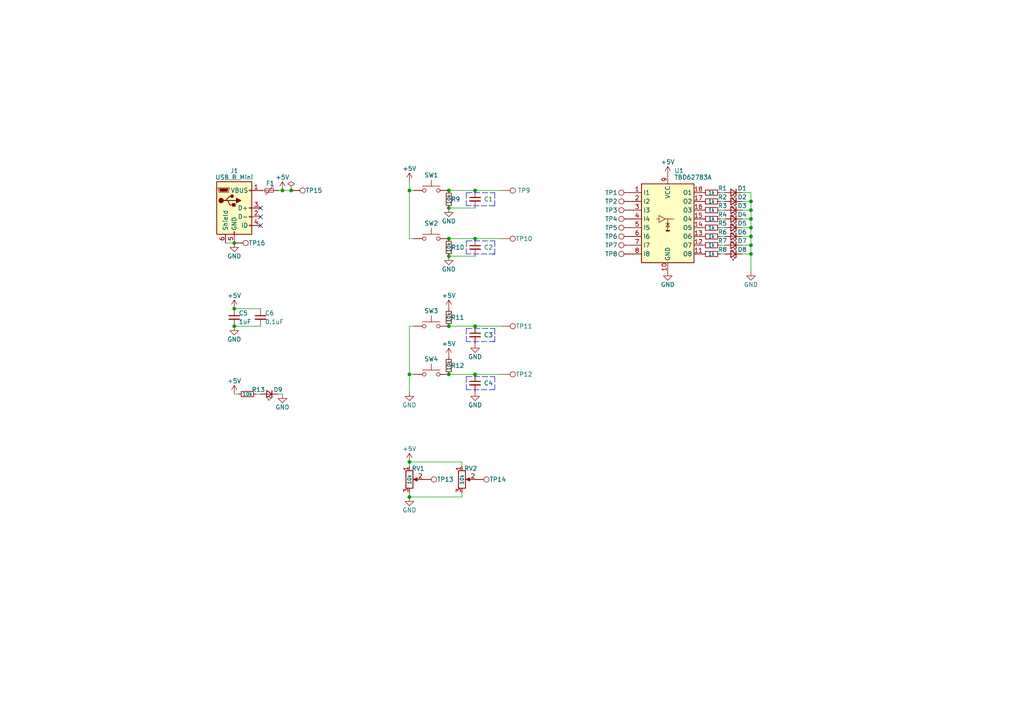
<source format=kicad_sch>
(kicad_sch (version 20211123) (generator eeschema)
  (paper "A4")
  (title_block (title "Training Board 01") (date "2022-03-30") (rev "V1.0") (company "https://github.com/KimiakiK"))
  (lib_symbols
    (symbol "Connector:TestPoint" (pin_numbers hide) (pin_names (offset 0.762) hide)
      (property "Reference" "TP" (at 0 6.858 0))
      (property "Value" "TestPoint" (at 0 5.08 0))
      (symbol "TestPoint_0_1"
        (circle (center 0 3.302) (radius 0.762))
      )
      (symbol "TestPoint_1_1"
        (pin passive line (at 0 0 90) (length 2.54) (name "1") (number "1"))
      )
    )
    (symbol "Connector:USB_B_Mini" (pin_names (offset 1.016))
      (property "Reference" "J" (at -5.08 11.43 0))
      (property "Value" "USB_B_Mini" (at -5.08 8.89 0))
      (symbol "USB_B_Mini_0_1"
        (rectangle (start -5.08 -7.62) (end 5.08 7.62) (stroke (width 0.254)) (fill (type background)))
        (circle (center -3.81 2.159) (radius 0.635) (stroke (width 0.254)) (fill (type outline)))
        (circle (center -0.635 3.429) (radius 0.381) (stroke (width 0.254)) (fill (type outline)))
        (rectangle (start -0.127 -7.62) (end 0.127 -6.858))
        (polyline (pts (xy -1.905 2.159) (xy 0.635 2.159)) (stroke (width 0.254)))
        (polyline (pts (xy -3.175 2.159) (xy -2.54 2.159) (xy -1.27 3.429) (xy -0.635 3.429)) (stroke (width 0.254)))
        (polyline (pts (xy -2.54 2.159) (xy -1.905 2.159) (xy -1.27 0.889) (xy 0 0.889)) (stroke (width 0.254)))
        (polyline (pts (xy 0.635 2.794) (xy 0.635 1.524) (xy 1.905 2.159) (xy 0.635 2.794)) (stroke (width 0.254)) (fill (type outline)))
        (polyline (pts (xy -4.318 5.588) (xy -1.778 5.588) (xy -2.032 4.826) (xy -4.064 4.826) (xy -4.318 5.588)) (fill (type outline)))
        (polyline (pts (xy -4.699 5.842) (xy -4.699 5.588) (xy -4.445 4.826) (xy -4.445 4.572) (xy -1.651 4.572) (xy -1.651 4.826) (xy -1.397 5.588) (xy -1.397 5.842) (xy -4.699 5.842)))
        (rectangle (start 0.254 1.27) (end -0.508 0.508) (stroke (width 0.254)) (fill (type outline)))
        (rectangle (start 5.08 -5.207) (end 4.318 -4.953))
        (rectangle (start 5.08 -2.667) (end 4.318 -2.413))
        (rectangle (start 5.08 -0.127) (end 4.318 0.127))
        (rectangle (start 5.08 4.953) (end 4.318 5.207))
      )
      (symbol "USB_B_Mini_1_1"
        (pin power_out line (at 7.62 5.08 180) (length 2.54) (name "VBUS") (number "1"))
        (pin bidirectional line (at 7.62 -2.54 180) (length 2.54) (name "D-") (number "2"))
        (pin bidirectional line (at 7.62 0 180) (length 2.54) (name "D+") (number "3"))
        (pin passive line (at 7.62 -5.08 180) (length 2.54) (name "ID") (number "4"))
        (pin power_out line (at 0 -10.16 90) (length 2.54) (name "GND") (number "5"))
        (pin passive line (at -2.54 -10.16 90) (length 2.54) (name "Shield") (number "6"))
      )
    )
    (symbol "Device:C_Small" (pin_numbers hide) (pin_names (offset 0.254) hide)
      (property "Reference" "C" (at 0.254 1.778 0))
      (property "Value" "C_Small" (at 0.254 -2.032 0))
      (symbol "C_Small_0_1"
        (polyline (pts (xy -1.524 -0.508) (xy 1.524 -0.508)) (stroke (width 0.3302)))
        (polyline (pts (xy -1.524 0.508) (xy 1.524 0.508)) (stroke (width 0.3048)))
      )
      (symbol "C_Small_1_1"
        (pin passive line (at 0 2.54 270) (length 2.032) (name "~") (number "1"))
        (pin passive line (at 0 -2.54 90) (length 2.032) (name "~") (number "2"))
      )
    )
    (symbol "Device:LED_Small" (pin_numbers hide) (pin_names (offset 0.254) hide)
      (property "Reference" "D" (at -1.27 3.175 0))
      (property "Value" "LED_Small" (at -4.445 -2.54 0))
      (symbol "LED_Small_0_1"
        (polyline (pts (xy -0.762 -1.016) (xy -0.762 1.016)) (stroke (width 0.254)))
        (polyline (pts (xy 1.016 0) (xy -0.762 0)))
        (polyline (pts (xy 0.762 -1.016) (xy -0.762 0) (xy 0.762 1.016) (xy 0.762 -1.016)) (stroke (width 0.254)))
        (polyline (pts (xy 0 0.762) (xy -0.508 1.27) (xy -0.254 1.27) (xy -0.508 1.27) (xy -0.508 1.016)))
        (polyline (pts (xy 0.508 1.27) (xy 0 1.778) (xy 0.254 1.778) (xy 0 1.778) (xy 0 1.524)))
      )
      (symbol "LED_Small_1_1"
        (pin passive line (at -2.54 0 0) (length 1.778) (name "K") (number "1"))
        (pin passive line (at 2.54 0 180) (length 1.778) (name "A") (number "2"))
      )
    )
    (symbol "Device:Polyfuse_Small" (pin_numbers hide) (pin_names (offset 0))
      (property "Reference" "F" (at -1.905 0 90))
      (property "Value" "Polyfuse_Small" (at 1.905 0 90))
      (symbol "Polyfuse_Small_0_1"
        (rectangle (start -0.508 1.27) (end 0.508 -1.27))
        (polyline (pts (xy 0 2.54) (xy 0 -2.54)))
        (polyline (pts (xy -1.016 1.27) (xy -1.016 0.762) (xy 1.016 -0.762) (xy 1.016 -1.27)))
      )
      (symbol "Polyfuse_Small_1_1"
        (pin passive line (at 0 2.54 270) (length 0.635) (name "~") (number "1"))
        (pin passive line (at 0 -2.54 90) (length 0.635) (name "~") (number "2"))
      )
    )
    (symbol "Device:R_Potentiometer" (pin_names (offset 1.016) hide)
      (property "Reference" "RV" (at -4.445 0 90))
      (property "Value" "R_Potentiometer" (at -2.54 0 90))
      (symbol "R_Potentiometer_0_1"
        (polyline (pts (xy 2.54 0) (xy 1.524 0)))
        (polyline (pts (xy 1.143 0) (xy 2.286 0.508) (xy 2.286 -0.508) (xy 1.143 0)) (fill (type outline)))
        (rectangle (start 1.016 2.54) (end -1.016 -2.54) (stroke (width 0.254)))
      )
      (symbol "R_Potentiometer_1_1"
        (pin passive line (at 0 3.81 270) (length 1.27) (name "1") (number "1"))
        (pin passive line (at 3.81 0 180) (length 1.27) (name "2") (number "2"))
        (pin passive line (at 0 -3.81 90) (length 1.27) (name "3") (number "3"))
      )
    )
    (symbol "Device:R_Small" (pin_numbers hide) (pin_names (offset 0.254) hide)
      (property "Reference" "R" (at 0.762 0.508 0))
      (property "Value" "R_Small" (at 0.762 -1.016 0))
      (symbol "R_Small_0_1"
        (rectangle (start -0.762 1.778) (end 0.762 -1.778) (stroke (width 0.2032)))
      )
      (symbol "R_Small_1_1"
        (pin passive line (at 0 2.54 270) (length 0.762) (name "~") (number "1"))
        (pin passive line (at 0 -2.54 90) (length 0.762) (name "~") (number "2"))
      )
    )
    (symbol "Switch:SW_Push" (pin_numbers hide) (pin_names (offset 1.016) hide)
      (property "Reference" "SW" (at 1.27 2.54 0))
      (property "Value" "SW_Push" (at 0 -1.524 0))
      (symbol "SW_Push_0_1"
        (circle (center -2.032 0) (radius 0.508))
        (polyline (pts (xy 0 1.27) (xy 0 3.048)))
        (polyline (pts (xy 2.54 1.27) (xy -2.54 1.27)))
        (circle (center 2.032 0) (radius 0.508))
        (pin passive line (at -5.08 0 0) (length 2.54) (name "1") (number "1"))
        (pin passive line (at 5.08 0 180) (length 2.54) (name "2") (number "2"))
      )
    )
    (symbol "Transistor_Array:TBD62783A"
      (property "Reference" "U" (at -7.62 11.43 0))
      (property "Value" "TBD62783A" (at 1.27 11.43 0))
      (symbol "TBD62783A_0_1"
        (rectangle (start -7.62 10.16) (end 7.62 -12.7) (stroke (width 0.254)) (fill (type background)))
        (rectangle (start -0.508 -3.302) (end 0.508 -3.556) (fill (type outline)))
        (polyline (pts (xy -1.778 -2.794) (xy -1.778 -2.794)) (stroke (width 0.254)))
        (polyline (pts (xy -1.778 -2.032) (xy -1.778 -2.032)) (stroke (width 0.254)))
        (polyline (pts (xy -1.778 -1.27) (xy -1.778 -1.27)) (stroke (width 0.254)))
        (polyline (pts (xy -1.778 1.27) (xy -1.778 1.27)) (stroke (width 0.254)))
        (polyline (pts (xy -1.778 2.032) (xy -1.778 2.032)) (stroke (width 0.254)))
        (polyline (pts (xy -1.778 2.794) (xy -1.778 2.794)) (stroke (width 0.254)))
        (polyline (pts (xy -0.762 0) (xy 1.778 0)))
        (polyline (pts (xy -0.508 -1.27) (xy 0.508 -1.27)))
        (polyline (pts (xy 0 0) (xy 0 -3.302)))
        (polyline (pts (xy 0 0) (xy 0 0)) (stroke (width 0.508)))
        (polyline (pts (xy 0 -1.27) (xy -0.508 -2.286) (xy 0.508 -2.286) (xy 0 -1.27)))
        (polyline (pts (xy -3.302 0) (xy -2.54 0) (xy -2.54 1.016) (xy -0.762 0) (xy -2.54 -1.016) (xy -2.54 0)))
      )
      (symbol "TBD62783A_1_1"
        (pin input line (at -10.16 7.62 0) (length 2.54) (name "I1") (number "1"))
        (pin power_in line (at 0 -15.24 90) (length 2.54) (name "GND") (number "10"))
        (pin open_emitter line (at 10.16 -10.16 180) (length 2.54) (name "O8") (number "11"))
        (pin open_emitter line (at 10.16 -7.62 180) (length 2.54) (name "O7") (number "12"))
        (pin open_emitter line (at 10.16 -5.08 180) (length 2.54) (name "O6") (number "13"))
        (pin open_emitter line (at 10.16 -2.54 180) (length 2.54) (name "O5") (number "14"))
        (pin open_emitter line (at 10.16 0 180) (length 2.54) (name "O4") (number "15"))
        (pin open_emitter line (at 10.16 2.54 180) (length 2.54) (name "O3") (number "16"))
        (pin open_emitter line (at 10.16 5.08 180) (length 2.54) (name "O2") (number "17"))
        (pin open_emitter line (at 10.16 7.62 180) (length 2.54) (name "O1") (number "18"))
        (pin input line (at -10.16 5.08 0) (length 2.54) (name "I2") (number "2"))
        (pin input line (at -10.16 2.54 0) (length 2.54) (name "I3") (number "3"))
        (pin input line (at -10.16 0 0) (length 2.54) (name "I4") (number "4"))
        (pin input line (at -10.16 -2.54 0) (length 2.54) (name "I5") (number "5"))
        (pin input line (at -10.16 -5.08 0) (length 2.54) (name "I6") (number "6"))
        (pin input line (at -10.16 -7.62 0) (length 2.54) (name "I7") (number "7"))
        (pin input line (at -10.16 -10.16 0) (length 2.54) (name "I8") (number "8"))
        (pin power_in line (at 0 12.7 270) (length 2.54) (name "VCC") (number "9"))
      )
    )
    (symbol "power:+5V" (power) (pin_names (offset 0))
      (property "Value" "+5V" (at 0 3.556 0))
      (symbol "+5V_0_1"
        (polyline (pts (xy -0.762 1.27) (xy 0 2.54)))
        (polyline (pts (xy 0 0) (xy 0 2.54)))
        (polyline (pts (xy 0 2.54) (xy 0.762 1.27)))
      )
      (symbol "+5V_1_1"
        (pin power_in line (at 0 0 90) (length 0) hide (name "+5V") (number "1"))
      )
    )
    (symbol "power:GND" (power) (pin_names (offset 0))
      (property "Value" "GND" (at 0 -3.81 0))
      (symbol "GND_0_1"
        (polyline (pts (xy 0 0) (xy 0 -1.27) (xy 1.27 -1.27) (xy 0 -2.54) (xy -1.27 -1.27) (xy 0 -1.27)))
      )
      (symbol "GND_1_1"
        (pin power_in line (at 0 0 270) (length 0) hide (name "GND") (number "1"))
      )
    )
    (symbol "power:PWR_FLAG" (power) (pin_numbers hide) (pin_names (offset 0) hide)
      (property "Value" "PWR_FLAG" (at 0 3.81 0))
      (symbol "PWR_FLAG_0_0"
        (pin power_out line (at 0 0 90) (length 0) (name "pwr") (number "1"))
      )
      (symbol "PWR_FLAG_0_1"
        (polyline (pts (xy 0 0) (xy 0 1.27) (xy -1.016 1.905) (xy 0 2.54) (xy 1.016 1.905) (xy 0 1.27)))
      )
    )
  )
  (junction (at 217.805 66.04))
  (junction (at 217.805 63.5))
  (junction (at 130.175 69.215))
  (junction (at 67.945 70.485))
  (junction (at 118.745 108.585))
  (junction (at 217.805 58.42))
  (junction (at 67.945 94.615))
  (junction (at 137.795 69.215))
  (junction (at 130.175 60.325))
  (junction (at 137.795 94.615))
  (junction (at 67.945 89.535))
  (junction (at 130.175 108.585))
  (junction (at 130.175 55.245))
  (junction (at 118.745 144.145))
  (junction (at 217.805 73.66))
  (junction (at 217.805 68.58))
  (junction (at 84.455 55.245))
  (junction (at 81.915 55.245))
  (junction (at 217.805 60.96))
  (junction (at 217.805 71.12))
  (junction (at 130.175 94.615))
  (junction (at 137.795 108.585))
  (junction (at 130.175 74.295))
  (junction (at 137.795 55.245))
  (junction (at 118.745 55.245))
  (junction (at 118.745 133.985))
  (no_connect (at 75.565 65.405))
  (no_connect (at 75.565 60.325))
  (no_connect (at 75.565 62.865))
  (wire (pts (xy 130.175 55.245) (xy 137.795 55.245)))
  (wire (pts (xy 118.745 144.145) (xy 133.985 144.145)))
  (wire (pts (xy 217.805 55.88) (xy 217.805 58.42)))
  (polyline (pts (xy 142.875 73.66) (xy 143.51 73.66)))
  (wire (pts (xy 208.915 66.04) (xy 210.185 66.04)))
  (wire (pts (xy 217.805 63.5) (xy 217.805 66.04)))
  (wire (pts (xy 67.945 89.535) (xy 75.565 89.535)))
  (wire (pts (xy 208.915 63.5) (xy 210.185 63.5)))
  (polyline (pts (xy 142.875 59.69) (xy 143.51 59.69)))
  (wire (pts (xy 215.265 60.96) (xy 217.805 60.96)))
  (wire (pts (xy 67.945 114.3) (xy 69.215 114.3)))
  (wire (pts (xy 118.745 55.245) (xy 118.745 69.215)))
  (polyline (pts (xy 135.255 95.25) (xy 143.51 95.25)))
  (wire (pts (xy 137.795 55.245) (xy 145.415 55.245)))
  (wire (pts (xy 217.805 73.66) (xy 217.805 78.74)))
  (wire (pts (xy 215.265 73.66) (xy 217.805 73.66)))
  (wire (pts (xy 208.915 71.12) (xy 210.185 71.12)))
  (polyline (pts (xy 135.255 109.22) (xy 135.255 113.03)))
  (polyline (pts (xy 143.51 95.25) (xy 143.51 99.06)))
  (wire (pts (xy 130.175 94.615) (xy 137.795 94.615)))
  (wire (pts (xy 137.795 69.215) (xy 145.415 69.215)))
  (wire (pts (xy 80.645 55.245) (xy 81.915 55.245)))
  (polyline (pts (xy 143.51 69.85) (xy 143.51 73.66)))
  (wire (pts (xy 130.175 60.325) (xy 137.795 60.325)))
  (wire (pts (xy 130.175 69.215) (xy 137.795 69.215)))
  (polyline (pts (xy 135.255 55.88) (xy 135.255 59.69)))
  (wire (pts (xy 118.745 108.585) (xy 118.745 113.665)))
  (wire (pts (xy 118.745 55.245) (xy 118.745 52.705)))
  (wire (pts (xy 65.405 70.485) (xy 67.945 70.485)))
  (polyline (pts (xy 143.51 55.88) (xy 143.51 59.69)))
  (wire (pts (xy 208.915 55.88) (xy 210.185 55.88)))
  (polyline (pts (xy 135.255 55.88) (xy 143.51 55.88)))
  (wire (pts (xy 217.805 71.12) (xy 217.805 73.66)))
  (polyline (pts (xy 135.255 69.85) (xy 143.51 69.85)))
  (wire (pts (xy 208.915 68.58) (xy 210.185 68.58)))
  (wire (pts (xy 217.805 58.42) (xy 217.805 60.96)))
  (wire (pts (xy 80.645 114.3) (xy 81.915 114.3)))
  (wire (pts (xy 208.915 58.42) (xy 210.185 58.42)))
  (wire (pts (xy 215.265 55.88) (xy 217.805 55.88)))
  (wire (pts (xy 137.795 94.615) (xy 145.415 94.615)))
  (wire (pts (xy 118.745 108.585) (xy 120.015 108.585)))
  (wire (pts (xy 215.265 71.12) (xy 217.805 71.12)))
  (wire (pts (xy 118.745 94.615) (xy 118.745 108.585)))
  (wire (pts (xy 130.175 74.295) (xy 137.795 74.295)))
  (polyline (pts (xy 143.51 113.03) (xy 135.255 113.03)))
  (wire (pts (xy 217.805 66.04) (xy 217.805 68.58)))
  (wire (pts (xy 74.295 114.3) (xy 75.565 114.3)))
  (wire (pts (xy 118.745 69.215) (xy 120.015 69.215)))
  (wire (pts (xy 208.915 60.96) (xy 210.185 60.96)))
  (polyline (pts (xy 135.255 109.22) (xy 143.51 109.22)))
  (polyline (pts (xy 143.51 73.66) (xy 135.255 73.66)))
  (polyline (pts (xy 143.51 109.22) (xy 143.51 113.03)))
  (wire (pts (xy 118.745 133.985) (xy 118.745 135.255)))
  (polyline (pts (xy 142.875 99.06) (xy 143.51 99.06)))
  (wire (pts (xy 118.745 142.875) (xy 118.745 144.145)))
  (wire (pts (xy 215.265 58.42) (xy 217.805 58.42)))
  (wire (pts (xy 215.265 66.04) (xy 217.805 66.04)))
  (wire (pts (xy 215.265 63.5) (xy 217.805 63.5)))
  (wire (pts (xy 81.915 55.245) (xy 84.455 55.245)))
  (wire (pts (xy 130.175 108.585) (xy 137.795 108.585)))
  (wire (pts (xy 118.745 133.985) (xy 133.985 133.985)))
  (wire (pts (xy 215.265 68.58) (xy 217.805 68.58)))
  (wire (pts (xy 208.915 73.66) (xy 210.185 73.66)))
  (wire (pts (xy 133.985 133.985) (xy 133.985 135.255)))
  (polyline (pts (xy 143.51 59.69) (xy 135.255 59.69)))
  (wire (pts (xy 137.795 108.585) (xy 145.415 108.585)))
  (wire (pts (xy 67.945 94.615) (xy 75.565 94.615)))
  (polyline (pts (xy 135.255 95.25) (xy 135.255 99.06)))
  (polyline (pts (xy 142.875 113.03) (xy 143.51 113.03)))
  (wire (pts (xy 217.805 68.58) (xy 217.805 71.12)))
  (wire (pts (xy 217.805 60.96) (xy 217.805 63.5)))
  (wire (pts (xy 120.015 55.245) (xy 118.745 55.245)))
  (polyline (pts (xy 135.255 69.85) (xy 135.255 73.66)))
  (wire (pts (xy 133.985 144.145) (xy 133.985 142.875)))
  (wire (pts (xy 120.015 94.615) (xy 118.745 94.615)))
  (polyline (pts (xy 143.51 99.06) (xy 135.255 99.06)))
  (symbol (lib_id "Device:R_Small") (at 130.175 71.755 180) (unit 1)
    (property "Reference" "R10" (at 130.81 71.755 0) (effects (justify right)))
    (property "Value" "10k" (at 130.175 71.755 90) (effects (font (size 1.016 1.016))))
    (property "Footprint" "TrainingBoard-01:1608Metric" (effects hide))
  )
  (symbol (lib_id "Transistor_Array:TBD62783A") (at 193.675 63.5 0) (unit 1)
    (property "Reference" "U1" (at 195.58 49.53 0) (effects (justify left)))
    (property "Value" "TBD62783A" (at 195.58 51.435 0) (effects (justify left)))
    (property "Footprint" "TrainingBoard-01:SOP-18_7x12.5mm_P1.27mm" (effects hide))
    (property "Datasheet" "http://toshiba.semicon-storage.com/info/docget.jsp?did=30523&prodName=TBD62783APG" (effects hide))
  )
  (symbol (lib_id "Device:Polyfuse_Small") (at 78.105 55.245 90) (unit 1)
    (property "Reference" "F1" (at 78.359 53.213 90))
    (property "Value" "Polyfuse" (effects hide))
    (property "Footprint" "TrainingBoard-01:1608Metric" (effects hide))
  )
  (symbol (lib_id "power:GND") (at 137.795 99.695 0) (unit 1)
    (property "Reference" "#PWR08" (effects hide))
    (property "Value" "GND" (at 137.795 103.505 0))
  )
  (symbol (lib_id "Connector:USB_B_Mini") (at 67.945 60.325 0) (unit 1)
    (property "Reference" "J1" (at 67.945 49.53 0))
    (property "Value" "USB_B_Mini" (at 67.945 51.435 0))
    (property "Footprint" "TrainingBoard-01:UX60SC-MB-5ST" (effects hide))
  )
  (symbol (lib_id "Device:R_Small") (at 206.375 68.58 90) (unit 1)
    (property "Reference" "R6" (at 209.55 67.31 90))
    (property "Value" "1k" (at 206.375 68.58 90) (effects (font (size 1.016 1.016))))
    (property "Footprint" "TrainingBoard-01:1608Metric" (effects hide))
  )
  (symbol (lib_id "Device:LED_Small") (at 212.725 66.04 180) (unit 1)
    (property "Reference" "D5" (at 215.265 64.77 0))
    (property "Value" "LED" (effects hide))
    (property "Footprint" "TrainingBoard-01:1608Metric_Diode" (effects hide))
  )
  (symbol (lib_id "power:GND") (at 130.175 60.325 0) (unit 1)
    (property "Reference" "#PWR05" (effects hide))
    (property "Value" "GND" (at 130.175 64.135 0))
  )
  (symbol (lib_id "Device:LED_Small") (at 212.725 63.5 180) (unit 1)
    (property "Reference" "D4" (at 215.265 62.23 0))
    (property "Value" "LED" (effects hide))
    (property "Footprint" "TrainingBoard-01:1608Metric_Diode" (effects hide))
  )
  (symbol (lib_id "Device:R_Small") (at 206.375 60.96 90) (unit 1)
    (property "Reference" "R3" (at 209.55 59.69 90))
    (property "Value" "1k" (at 206.375 60.96 90) (effects (font (size 1.016 1.016))))
    (property "Footprint" "TrainingBoard-01:1608Metric" (effects hide))
  )
  (symbol (lib_id "Device:R_Small") (at 206.375 58.42 90) (unit 1)
    (property "Reference" "R2" (at 209.55 57.15 90))
    (property "Value" "1k" (at 206.375 58.42 90) (effects (font (size 1.016 1.016))))
    (property "Footprint" "TrainingBoard-01:1608Metric" (effects hide))
  )
  (symbol (lib_id "Switch:SW_Push") (at 125.095 94.615 0) (unit 1)
    (property "Reference" "SW3" (at 125.095 90.17 0))
    (property "Value" "SW_Push" (effects hide))
    (property "Footprint" "TrainingBoard-01:SW_PUSH_6mm" (effects hide))
  )
  (symbol (lib_id "Device:LED_Small") (at 212.725 68.58 180) (unit 1)
    (property "Reference" "D6" (at 215.265 67.31 0))
    (property "Value" "LED" (effects hide))
    (property "Footprint" "TrainingBoard-01:1608Metric_Diode" (effects hide))
  )
  (symbol (lib_id "power:+5V") (at 130.175 103.505 0) (unit 1)
    (property "Reference" "#PWR09" (effects hide))
    (property "Value" "+5V" (at 130.175 99.695 0))
  )
  (symbol (lib_id "power:GND") (at 118.745 113.665 0) (unit 1)
    (property "Reference" "#PWR010" (effects hide))
    (property "Value" "GND" (at 118.745 117.475 0))
  )
  (symbol (lib_id "power:GND") (at 193.675 78.74 0) (unit 1)
    (property "Reference" "#PWR02" (effects hide))
    (property "Value" "GND" (at 193.675 82.55 0))
  )
  (symbol (lib_id "power:GND") (at 67.945 70.485 0) (unit 1)
    (property "Reference" "#PWR015" (effects hide))
    (property "Value" "GND" (at 67.945 74.295 0))
  )
  (symbol (lib_id "Connector:TestPoint") (at 145.415 108.585 270) (unit 1)
    (property "Reference" "TP12" (at 152.019 108.585 90))
    (property "Value" "TestPoint" (effects hide))
    (property "Footprint" "TrainingBoard-01:TestPad_Dual" (effects hide))
  )
  (symbol (lib_id "Device:R_Potentiometer") (at 118.745 139.065 0) (unit 1)
    (property "Reference" "RV1" (at 121.285 135.89 0))
    (property "Value" "10k" (at 118.745 139.065 90) (effects (font (size 1.016 1.016))))
    (property "Footprint" "TrainingBoard-01:RV" (effects hide))
  )
  (symbol (lib_id "Device:LED_Small") (at 212.725 73.66 180) (unit 1)
    (property "Reference" "D8" (at 215.265 72.39 0))
    (property "Value" "LED" (effects hide))
    (property "Footprint" "TrainingBoard-01:1608Metric_Diode" (effects hide))
  )
  (symbol (lib_id "Connector:TestPoint") (at 183.515 71.12 90) (unit 1)
    (property "Reference" "TP7" (at 177.292 71.12 90))
    (property "Value" "TestPoint" (effects hide))
    (property "Footprint" "TrainingBoard-01:TestPad_Dual" (effects hide))
  )
  (symbol (lib_id "power:GND") (at 130.175 74.295 0) (unit 1)
    (property "Reference" "#PWR06" (effects hide))
    (property "Value" "GND" (at 130.175 78.105 0))
  )
  (symbol (lib_id "power:+5V") (at 67.945 89.535 0) (unit 1)
    (property "Reference" "#PWR016" (effects hide))
    (property "Value" "+5V" (at 67.945 85.725 0))
  )
  (symbol (lib_id "Device:R_Small") (at 206.375 73.66 90) (unit 1)
    (property "Reference" "R8" (at 209.55 72.39 90))
    (property "Value" "1k" (at 206.375 73.66 90) (effects (font (size 1.016 1.016))))
    (property "Footprint" "TrainingBoard-01:1608Metric" (effects hide))
  )
  (symbol (lib_id "Device:LED_Small") (at 78.105 114.3 180) (unit 1)
    (property "Reference" "D9" (at 80.645 113.03 0))
    (property "Value" "LED" (effects hide))
    (property "Footprint" "TrainingBoard-01:1608Metric_Diode" (effects hide))
  )
  (symbol (lib_id "Device:LED_Small") (at 212.725 71.12 180) (unit 1)
    (property "Reference" "D7" (at 215.265 69.85 0))
    (property "Value" "LED" (effects hide))
    (property "Footprint" "TrainingBoard-01:1608Metric_Diode" (effects hide))
  )
  (symbol (lib_id "Connector:TestPoint") (at 183.515 60.96 90) (unit 1)
    (property "Reference" "TP3" (at 177.292 60.96 90))
    (property "Value" "TestPoint" (effects hide))
    (property "Footprint" "TrainingBoard-01:TestPad_Dual" (effects hide))
  )
  (symbol (lib_id "Device:LED_Small") (at 212.725 60.96 180) (unit 1)
    (property "Reference" "D3" (at 215.265 59.69 0))
    (property "Value" "LED" (effects hide))
    (property "Footprint" "TrainingBoard-01:1608Metric_Diode" (effects hide))
  )
  (symbol (lib_id "Device:C_Small") (at 137.795 111.125 0) (unit 1)
    (property "Reference" "C4" (at 140.335 111.125 0) (effects (justify left)))
    (property "Value" "XuF" (effects hide))
    (property "Footprint" "TrainingBoard-01:1608Metric" (effects hide))
  )
  (symbol (lib_id "power:GND") (at 217.805 78.74 0) (unit 1)
    (property "Reference" "#PWR03" (effects hide))
    (property "Value" "GND" (at 217.805 82.55 0))
  )
  (symbol (lib_id "Connector:TestPoint") (at 183.515 58.42 90) (unit 1)
    (property "Reference" "TP2" (at 177.292 58.42 90))
    (property "Value" "TestPoint" (effects hide))
    (property "Footprint" "TrainingBoard-01:TestPad_Dual" (effects hide))
  )
  (symbol (lib_id "Device:C_Small") (at 137.795 57.785 0) (unit 1)
    (property "Reference" "C1" (at 140.335 57.785 0) (effects (justify left)))
    (property "Value" "XuF" (effects hide))
    (property "Footprint" "TrainingBoard-01:1608Metric" (effects hide))
  )
  (symbol (lib_id "Connector:TestPoint") (at 145.415 55.245 270) (unit 1)
    (property "Reference" "TP9" (at 152.019 55.245 90))
    (property "Value" "TestPoint" (effects hide))
    (property "Footprint" "TrainingBoard-01:TestPad_Dual" (effects hide))
  )
  (symbol (lib_id "Device:R_Small") (at 206.375 55.88 90) (unit 1)
    (property "Reference" "R1" (at 209.55 54.61 90))
    (property "Value" "1k" (at 206.375 55.88 90) (effects (font (size 1.016 1.016))))
    (property "Footprint" "TrainingBoard-01:1608Metric" (effects hide))
  )
  (symbol (lib_id "Device:R_Small") (at 206.375 63.5 90) (unit 1)
    (property "Reference" "R4" (at 209.55 62.23 90))
    (property "Value" "1k" (at 206.375 63.5 90) (effects (font (size 1.016 1.016))))
    (property "Footprint" "TrainingBoard-01:1608Metric" (effects hide))
  )
  (symbol (lib_id "power:GND") (at 67.945 94.615 0) (unit 1)
    (property "Reference" "#PWR017" (effects hide))
    (property "Value" "GND" (at 67.945 98.425 0))
  )
  (symbol (lib_id "Connector:TestPoint") (at 137.795 139.065 270) (unit 1)
    (property "Reference" "TP14" (at 144.399 139.065 90))
    (property "Value" "TestPoint" (effects hide))
    (property "Footprint" "TrainingBoard-01:TestPad_Dual" (effects hide))
  )
  (symbol (lib_id "Device:R_Small") (at 130.175 106.045 180) (unit 1)
    (property "Reference" "R12" (at 132.715 106.045 0))
    (property "Value" "10k" (at 130.175 106.045 90) (effects (font (size 1.016 1.016))))
    (property "Footprint" "TrainingBoard-01:1608Metric" (effects hide))
  )
  (symbol (lib_id "Device:LED_Small") (at 212.725 55.88 180) (unit 1)
    (property "Reference" "D1" (at 215.265 54.61 0))
    (property "Value" "LED" (effects hide))
    (property "Footprint" "TrainingBoard-01:1608Metric_Diode" (effects hide))
  )
  (symbol (lib_id "power:+5V") (at 118.745 52.705 0) (unit 1)
    (property "Reference" "#PWR04" (effects hide))
    (property "Value" "+5V" (at 118.745 48.895 0))
  )
  (symbol (lib_id "Device:R_Potentiometer") (at 133.985 139.065 0) (unit 1)
    (property "Reference" "RV2" (at 136.525 135.89 0))
    (property "Value" "10k" (at 133.985 139.065 90) (effects (font (size 1.016 1.016))))
    (property "Footprint" "TrainingBoard-01:RV" (effects hide))
  )
  (symbol (lib_id "Device:R_Small") (at 206.375 66.04 90) (unit 1)
    (property "Reference" "R5" (at 209.55 64.77 90))
    (property "Value" "1k" (at 206.375 66.04 90) (effects (font (size 1.016 1.016))))
    (property "Footprint" "TrainingBoard-01:1608Metric" (effects hide))
  )
  (symbol (lib_id "power:+5V") (at 67.945 114.3 0) (unit 1)
    (property "Reference" "#PWR018" (effects hide))
    (property "Value" "+5V" (at 67.945 110.49 0))
  )
  (symbol (lib_id "power:GND") (at 137.795 113.665 0) (unit 1)
    (property "Reference" "#PWR011" (effects hide))
    (property "Value" "GND" (at 137.795 117.475 0))
  )
  (symbol (lib_id "Switch:SW_Push") (at 125.095 108.585 0) (unit 1)
    (property "Reference" "SW4" (at 125.095 104.14 0))
    (property "Value" "SW_Push" (effects hide))
    (property "Footprint" "TrainingBoard-01:SW_PUSH_6mm" (effects hide))
  )
  (symbol (lib_id "power:GND") (at 118.745 144.145 0) (unit 1)
    (property "Reference" "#PWR013" (effects hide))
    (property "Value" "GND" (at 118.745 147.955 0))
  )
  (symbol (lib_id "Switch:SW_Push") (at 125.095 55.245 0) (unit 1)
    (property "Reference" "SW1" (at 125.095 50.8 0))
    (property "Value" "SW_Push" (effects hide))
    (property "Footprint" "TrainingBoard-01:SW_PUSH_6mm" (effects hide))
  )
  (symbol (lib_id "Device:C_Small") (at 75.565 92.075 0) (unit 1)
    (property "Reference" "C6" (at 76.835 90.805 0) (effects (justify left)))
    (property "Value" "0.1uF" (at 76.835 93.345 0) (effects (justify left)))
    (property "Footprint" "TrainingBoard-01:1608Metric" (effects hide))
  )
  (symbol (lib_id "Device:C_Small") (at 67.945 92.075 0) (unit 1)
    (property "Reference" "C5" (at 69.215 90.805 0) (effects (justify left)))
    (property "Value" "1uF" (at 69.215 93.345 0) (effects (justify left)))
    (property "Footprint" "TrainingBoard-01:1608Metric" (effects hide))
  )
  (symbol (lib_id "Device:R_Small") (at 71.755 114.3 90) (unit 1)
    (property "Reference" "R13" (at 74.93 113.03 90))
    (property "Value" "10k" (at 71.755 114.3 90) (effects (font (size 1.016 1.016))))
    (property "Footprint" "TrainingBoard-01:1608Metric" (effects hide))
  )
  (symbol (lib_id "Connector:TestPoint") (at 145.415 94.615 270) (unit 1)
    (property "Reference" "TP11" (at 152.019 94.615 90))
    (property "Value" "TestPoint" (effects hide))
    (property "Footprint" "TrainingBoard-01:TestPad_Dual" (effects hide))
  )
  (symbol (lib_id "Connector:TestPoint") (at 183.515 68.58 90) (unit 1)
    (property "Reference" "TP6" (at 177.292 68.58 90))
    (property "Value" "TestPoint" (effects hide))
    (property "Footprint" "TrainingBoard-01:TestPad_Dual" (effects hide))
  )
  (symbol (lib_id "Connector:TestPoint") (at 183.515 73.66 90) (unit 1)
    (property "Reference" "TP8" (at 177.292 73.66 90))
    (property "Value" "TestPoint" (effects hide))
    (property "Footprint" "TrainingBoard-01:TestPad_Dual" (effects hide))
  )
  (symbol (lib_id "Connector:TestPoint") (at 67.945 70.485 270) (unit 1)
    (property "Reference" "TP16" (at 74.549 70.485 90))
    (property "Value" "TestPoint" (effects hide))
    (property "Footprint" "TrainingBoard-01:TestPad" (effects hide))
  )
  (symbol (lib_id "Connector:TestPoint") (at 122.555 139.065 270) (unit 1)
    (property "Reference" "TP13" (at 129.159 139.065 90))
    (property "Value" "TestPoint" (effects hide))
    (property "Footprint" "TrainingBoard-01:TestPad_Dual" (effects hide))
  )
  (symbol (lib_id "Device:LED_Small") (at 212.725 58.42 180) (unit 1)
    (property "Reference" "D2" (at 215.265 57.15 0))
    (property "Value" "LED" (effects hide))
    (property "Footprint" "TrainingBoard-01:1608Metric_Diode" (effects hide))
  )
  (symbol (lib_id "Connector:TestPoint") (at 183.515 66.04 90) (unit 1)
    (property "Reference" "TP5" (at 177.292 66.04 90))
    (property "Value" "TestPoint" (effects hide))
    (property "Footprint" "TrainingBoard-01:TestPad_Dual" (effects hide))
  )
  (symbol (lib_id "Device:R_Small") (at 206.375 71.12 90) (unit 1)
    (property "Reference" "R7" (at 209.55 69.85 90))
    (property "Value" "1k" (at 206.375 71.12 90) (effects (font (size 1.016 1.016))))
    (property "Footprint" "TrainingBoard-01:1608Metric" (effects hide))
  )
  (symbol (lib_id "power:+5V") (at 130.175 89.535 0) (unit 1)
    (property "Reference" "#PWR07" (effects hide))
    (property "Value" "+5V" (at 130.175 85.725 0))
  )
  (symbol (lib_id "Connector:TestPoint") (at 84.455 55.245 270) (unit 1)
    (property "Reference" "TP15" (at 91.059 55.245 90))
    (property "Value" "TestPoint" (effects hide))
    (property "Footprint" "TrainingBoard-01:TestPad" (effects hide))
  )
  (symbol (lib_id "Device:C_Small") (at 137.795 97.155 0) (unit 1)
    (property "Reference" "C3" (at 140.335 97.155 0) (effects (justify left)))
    (property "Value" "XuF" (effects hide))
    (property "Footprint" "TrainingBoard-01:1608Metric" (effects hide))
  )
  (symbol (lib_id "Device:R_Small") (at 130.175 57.785 180) (unit 1)
    (property "Reference" "R9" (at 130.81 57.785 0) (effects (justify right)))
    (property "Value" "10k" (at 130.175 57.785 90) (effects (font (size 1.016 1.016))))
    (property "Footprint" "TrainingBoard-01:1608Metric" (effects hide))
  )
  (symbol (lib_id "Device:C_Small") (at 137.795 71.755 0) (unit 1)
    (property "Reference" "C2" (at 140.335 71.755 0) (effects (justify left)))
    (property "Value" "XuF" (effects hide))
    (property "Footprint" "TrainingBoard-01:1608Metric" (effects hide))
  )
  (symbol (lib_id "Device:R_Small") (at 130.175 92.075 180) (unit 1)
    (property "Reference" "R11" (at 132.715 92.075 0))
    (property "Value" "10k" (at 130.175 92.075 90) (effects (font (size 1.016 1.016))))
    (property "Footprint" "TrainingBoard-01:1608Metric" (effects hide))
  )
  (symbol (lib_id "Connector:TestPoint") (at 183.515 63.5 90) (unit 1)
    (property "Reference" "TP4" (at 177.292 63.5 90))
    (property "Value" "TestPoint" (effects hide))
    (property "Footprint" "TrainingBoard-01:TestPad_Dual" (effects hide))
  )
  (symbol (lib_id "power:PWR_FLAG") (at 84.455 55.245 0) (unit 1)
    (property "Reference" "#FLG01" (effects hide))
    (property "Value" "PWR_FLAG" (effects hide))
  )
  (symbol (lib_id "Connector:TestPoint") (at 145.415 69.215 270) (unit 1)
    (property "Reference" "TP10" (at 152.019 69.215 90))
    (property "Value" "TestPoint" (effects hide))
    (property "Footprint" "TrainingBoard-01:TestPad_Dual" (effects hide))
  )
  (symbol (lib_id "power:+5V") (at 81.915 55.245 0) (unit 1)
    (property "Reference" "#PWR014" (effects hide))
    (property "Value" "+5V" (at 81.915 51.435 0))
  )
  (symbol (lib_id "power:+5V") (at 193.675 50.8 0) (unit 1)
    (property "Reference" "#PWR01" (effects hide))
    (property "Value" "+5V" (at 193.675 46.99 0))
  )
  (symbol (lib_id "power:GND") (at 81.915 114.3 0) (unit 1)
    (property "Reference" "#PWR019" (effects hide))
    (property "Value" "GND" (at 81.915 118.11 0))
  )
  (symbol (lib_id "Connector:TestPoint") (at 183.515 55.88 90) (unit 1)
    (property "Reference" "TP1" (at 177.292 55.88 90))
    (property "Value" "TestPoint" (effects hide))
    (property "Footprint" "TrainingBoard-01:TestPad_Dual" (effects hide))
  )
  (symbol (lib_id "power:+5V") (at 118.745 133.985 0) (unit 1)
    (property "Reference" "#PWR012" (effects hide))
    (property "Value" "+5V" (at 118.745 130.175 0))
  )
  (symbol (lib_id "Switch:SW_Push") (at 125.095 69.215 0) (unit 1)
    (property "Reference" "SW2" (at 125.095 64.77 0))
    (property "Value" "SW_Push" (effects hide))
    (property "Footprint" "TrainingBoard-01:SW_PUSH_6mm" (effects hide))
  )
)
</source>
